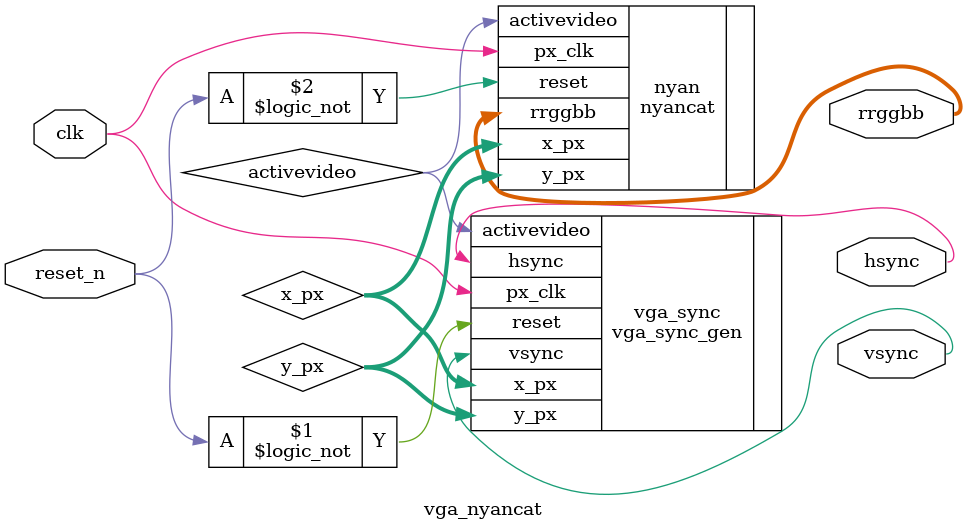
<source format=v>

`default_nettype none
module vga_nyancat (
    input  wire       clk,      // Pixel clock (31.5 MHz)
    input  wire       reset_n,  // Active-low reset
    output wire       hsync,    // Horizontal sync to VGA display
    output wire       vsync,    // Vertical sync to VGA display
    output wire [5:0] rrggbb    // 6-bit color output (2R2G2B)
);
    // Internal signals connecting sync generator to animation renderer
    wire [9:0] x_px, y_px;  // Current pixel coordinates from sync generator
    wire activevideo;  // High when in visible display region

    // VGA timing generator: produces sync signals and pixel coordinates
    vga_sync_gen vga_sync (
        .px_clk     (clk),
        .reset      (!reset_n),
        .hsync      (hsync),
        .vsync      (vsync),
        .x_px       (x_px),
        .y_px       (y_px),
        .activevideo(activevideo)
    );

    // Nyancat animation renderer: generates pixel colors based on coordinates
    nyancat nyan (
        .px_clk     (clk),
        .reset      (!reset_n),
        .x_px       (x_px),
        .y_px       (y_px),
        .activevideo(activevideo),
        .rrggbb     (rrggbb)
    );
endmodule
`default_nettype wire

</source>
